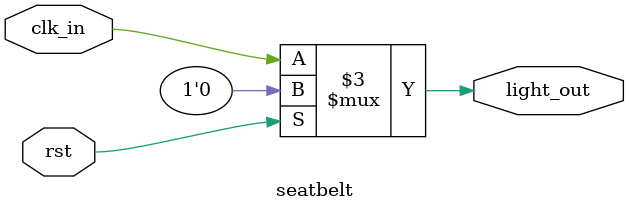
<source format=v>
module seatbelt(clk_in,rst,light_out);

input clk_in,rst;
output reg light_out;

always@(clk_in)
begin
   if(rst)
      begin
      light_out <= 0;
      end
   else
      begin
      light_out <= clk_in;
      end
end

endmodule
</source>
